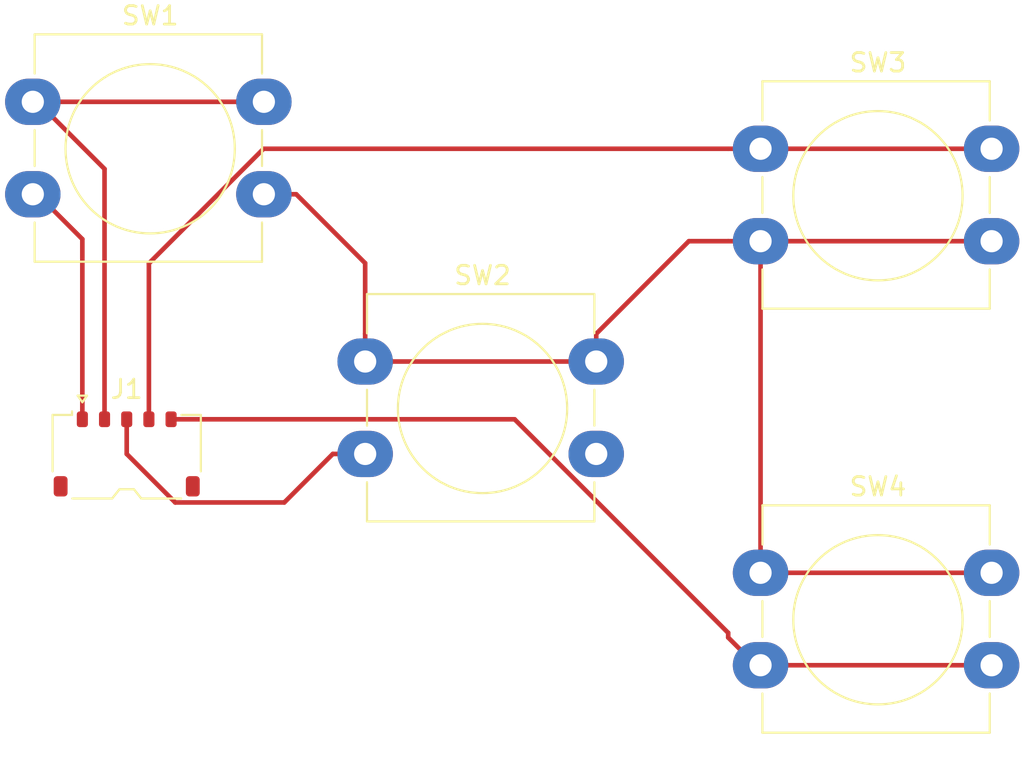
<source format=kicad_pcb>
(kicad_pcb (version 20171130) (host pcbnew 5.0.1)

  (general
    (thickness 1.6)
    (drawings 0)
    (tracks 35)
    (zones 0)
    (modules 5)
    (nets 6)
  )

  (page A4)
  (layers
    (0 F.Cu signal)
    (31 B.Cu signal)
    (32 B.Adhes user)
    (33 F.Adhes user)
    (34 B.Paste user)
    (35 F.Paste user)
    (36 B.SilkS user)
    (37 F.SilkS user)
    (38 B.Mask user)
    (39 F.Mask user)
    (40 Dwgs.User user)
    (41 Cmts.User user)
    (42 Eco1.User user)
    (43 Eco2.User user)
    (44 Edge.Cuts user)
    (45 Margin user)
    (46 B.CrtYd user)
    (47 F.CrtYd user)
    (48 B.Fab user)
    (49 F.Fab user)
  )

  (setup
    (last_trace_width 0.25)
    (trace_clearance 0.2)
    (zone_clearance 0.508)
    (zone_45_only no)
    (trace_min 0.2)
    (segment_width 0.2)
    (edge_width 0.15)
    (via_size 0.8)
    (via_drill 0.4)
    (via_min_size 0.4)
    (via_min_drill 0.3)
    (uvia_size 0.3)
    (uvia_drill 0.1)
    (uvias_allowed no)
    (uvia_min_size 0.2)
    (uvia_min_drill 0.1)
    (pcb_text_width 0.3)
    (pcb_text_size 1.5 1.5)
    (mod_edge_width 0.15)
    (mod_text_size 1 1)
    (mod_text_width 0.15)
    (pad_size 1.524 1.524)
    (pad_drill 0.762)
    (pad_to_mask_clearance 0.051)
    (solder_mask_min_width 0.25)
    (aux_axis_origin 0 0)
    (visible_elements FFFFFF7F)
    (pcbplotparams
      (layerselection 0x010fc_ffffffff)
      (usegerberextensions false)
      (usegerberattributes false)
      (usegerberadvancedattributes false)
      (creategerberjobfile false)
      (excludeedgelayer true)
      (linewidth 0.100000)
      (plotframeref false)
      (viasonmask false)
      (mode 1)
      (useauxorigin false)
      (hpglpennumber 1)
      (hpglpenspeed 20)
      (hpglpendiameter 15.000000)
      (psnegative false)
      (psa4output false)
      (plotreference true)
      (plotvalue true)
      (plotinvisibletext false)
      (padsonsilk false)
      (subtractmaskfromsilk false)
      (outputformat 1)
      (mirror false)
      (drillshape 1)
      (scaleselection 1)
      (outputdirectory ""))
  )

  (net 0 "")
  (net 1 GND)
  (net 2 "Net-(J1-Pad2)")
  (net 3 "Net-(J1-Pad3)")
  (net 4 "Net-(J1-Pad4)")
  (net 5 "Net-(J1-Pad5)")

  (net_class Default "Ceci est la Netclass par défaut."
    (clearance 0.2)
    (trace_width 0.25)
    (via_dia 0.8)
    (via_drill 0.4)
    (uvia_dia 0.3)
    (uvia_drill 0.1)
    (add_net GND)
    (add_net "Net-(J1-Pad2)")
    (add_net "Net-(J1-Pad3)")
    (add_net "Net-(J1-Pad4)")
    (add_net "Net-(J1-Pad5)")
  )

  (module Button_Switch_THT:SW_PUSH-12mm_Wuerth-430476085716 (layer F.Cu) (tedit 5A02FE31) (tstamp 5C702434)
    (at 184.15 110.57)
    (descr "SW PUSH 12mm http://katalog.we-online.de/em/datasheet/430476085716.pdf")
    (tags "tact sw push 12mm")
    (path /5C6FE095)
    (fp_text reference SW4 (at 6.35 -4.66) (layer F.SilkS)
      (effects (font (size 1 1) (thickness 0.15)))
    )
    (fp_text value SW_Push (at 6.35 9.93) (layer F.Fab)
      (effects (font (size 1 1) (thickness 0.15)))
    )
    (fp_text user %R (at 6.35 2.54) (layer F.Fab)
      (effects (font (size 1 1) (thickness 0.15)))
    )
    (fp_line (start 14.25 -3.75) (end -1.75 -3.75) (layer F.CrtYd) (width 0.05))
    (fp_line (start 14.25 8.75) (end 14.25 -3.75) (layer F.CrtYd) (width 0.05))
    (fp_line (start -1.75 8.75) (end 14.25 8.75) (layer F.CrtYd) (width 0.05))
    (fp_line (start -1.75 -3.75) (end -1.75 8.75) (layer F.CrtYd) (width 0.05))
    (fp_line (start 0.1 3.47) (end 0.1 1.53) (layer F.SilkS) (width 0.12))
    (fp_line (start 0.1 8.65) (end 0.1 6.53) (layer F.SilkS) (width 0.12))
    (fp_line (start 12.4 8.65) (end 0.1 8.65) (layer F.SilkS) (width 0.12))
    (fp_line (start 12.4 6.53) (end 12.4 8.65) (layer F.SilkS) (width 0.12))
    (fp_line (start 12.4 1.53) (end 12.4 3.47) (layer F.SilkS) (width 0.12))
    (fp_line (start 12.4 -3.65) (end 12.4 -1.53) (layer F.SilkS) (width 0.12))
    (fp_line (start 0.1 -3.65) (end 12.4 -3.65) (layer F.SilkS) (width 0.12))
    (fp_line (start 0.1 -1.53) (end 0.1 -3.65) (layer F.SilkS) (width 0.12))
    (fp_line (start 12.25 -3.5) (end 0.25 -3.5) (layer F.Fab) (width 0.1))
    (fp_line (start 12.25 8.5) (end 12.25 -3.5) (layer F.Fab) (width 0.1))
    (fp_line (start 0.25 8.5) (end 12.25 8.5) (layer F.Fab) (width 0.1))
    (fp_line (start 0.25 -3.5) (end 0.25 8.5) (layer F.Fab) (width 0.1))
    (fp_circle (center 6.35 2.54) (end 10.92905 2.54) (layer F.SilkS) (width 0.12))
    (pad 2 thru_hole oval (at 0 5) (size 3 2.5) (drill 1.2) (layers *.Cu *.Mask)
      (net 5 "Net-(J1-Pad5)"))
    (pad 1 thru_hole oval (at 0 0) (size 3 2.5) (drill 1.2) (layers *.Cu *.Mask)
      (net 1 GND))
    (pad 2 thru_hole oval (at 12.5 5) (size 3 2.5) (drill 1.2) (layers *.Cu *.Mask)
      (net 5 "Net-(J1-Pad5)"))
    (pad 1 thru_hole oval (at 12.5 0) (size 3 2.5) (drill 1.2) (layers *.Cu *.Mask)
      (net 1 GND))
    (model ${KISYS3DMOD}/Button_Switch_THT.3dshapes/SW_PUSH-12mm_Wuerth-430476085716.wrl
      (at (xyz 0 0 0))
      (scale (xyz 1 1 1))
      (rotate (xyz 0 0 0))
    )
  )

  (module Button_Switch_THT:SW_PUSH-12mm_Wuerth-430476085716 (layer F.Cu) (tedit 5A02FE31) (tstamp 5C70241A)
    (at 184.15 87.63)
    (descr "SW PUSH 12mm http://katalog.we-online.de/em/datasheet/430476085716.pdf")
    (tags "tact sw push 12mm")
    (path /5C6FDF90)
    (fp_text reference SW3 (at 6.35 -4.66) (layer F.SilkS)
      (effects (font (size 1 1) (thickness 0.15)))
    )
    (fp_text value SW_Push (at 6.35 9.93) (layer F.Fab)
      (effects (font (size 1 1) (thickness 0.15)))
    )
    (fp_circle (center 6.35 2.54) (end 10.92905 2.54) (layer F.SilkS) (width 0.12))
    (fp_line (start 0.25 -3.5) (end 0.25 8.5) (layer F.Fab) (width 0.1))
    (fp_line (start 0.25 8.5) (end 12.25 8.5) (layer F.Fab) (width 0.1))
    (fp_line (start 12.25 8.5) (end 12.25 -3.5) (layer F.Fab) (width 0.1))
    (fp_line (start 12.25 -3.5) (end 0.25 -3.5) (layer F.Fab) (width 0.1))
    (fp_line (start 0.1 -1.53) (end 0.1 -3.65) (layer F.SilkS) (width 0.12))
    (fp_line (start 0.1 -3.65) (end 12.4 -3.65) (layer F.SilkS) (width 0.12))
    (fp_line (start 12.4 -3.65) (end 12.4 -1.53) (layer F.SilkS) (width 0.12))
    (fp_line (start 12.4 1.53) (end 12.4 3.47) (layer F.SilkS) (width 0.12))
    (fp_line (start 12.4 6.53) (end 12.4 8.65) (layer F.SilkS) (width 0.12))
    (fp_line (start 12.4 8.65) (end 0.1 8.65) (layer F.SilkS) (width 0.12))
    (fp_line (start 0.1 8.65) (end 0.1 6.53) (layer F.SilkS) (width 0.12))
    (fp_line (start 0.1 3.47) (end 0.1 1.53) (layer F.SilkS) (width 0.12))
    (fp_line (start -1.75 -3.75) (end -1.75 8.75) (layer F.CrtYd) (width 0.05))
    (fp_line (start -1.75 8.75) (end 14.25 8.75) (layer F.CrtYd) (width 0.05))
    (fp_line (start 14.25 8.75) (end 14.25 -3.75) (layer F.CrtYd) (width 0.05))
    (fp_line (start 14.25 -3.75) (end -1.75 -3.75) (layer F.CrtYd) (width 0.05))
    (fp_text user %R (at 6.35 2.54) (layer F.Fab)
      (effects (font (size 1 1) (thickness 0.15)))
    )
    (pad 1 thru_hole oval (at 12.5 0) (size 3 2.5) (drill 1.2) (layers *.Cu *.Mask)
      (net 4 "Net-(J1-Pad4)"))
    (pad 2 thru_hole oval (at 12.5 5) (size 3 2.5) (drill 1.2) (layers *.Cu *.Mask)
      (net 1 GND))
    (pad 1 thru_hole oval (at 0 0) (size 3 2.5) (drill 1.2) (layers *.Cu *.Mask)
      (net 4 "Net-(J1-Pad4)"))
    (pad 2 thru_hole oval (at 0 5) (size 3 2.5) (drill 1.2) (layers *.Cu *.Mask)
      (net 1 GND))
    (model ${KISYS3DMOD}/Button_Switch_THT.3dshapes/SW_PUSH-12mm_Wuerth-430476085716.wrl
      (at (xyz 0 0 0))
      (scale (xyz 1 1 1))
      (rotate (xyz 0 0 0))
    )
  )

  (module Button_Switch_THT:SW_PUSH-12mm_Wuerth-430476085716 (layer F.Cu) (tedit 5A02FE31) (tstamp 5C702400)
    (at 162.76 99.14)
    (descr "SW PUSH 12mm http://katalog.we-online.de/em/datasheet/430476085716.pdf")
    (tags "tact sw push 12mm")
    (path /5C6FE02D)
    (fp_text reference SW2 (at 6.35 -4.66) (layer F.SilkS)
      (effects (font (size 1 1) (thickness 0.15)))
    )
    (fp_text value SW_Push (at 6.35 9.93) (layer F.Fab)
      (effects (font (size 1 1) (thickness 0.15)))
    )
    (fp_text user %R (at 6.35 2.54) (layer F.Fab)
      (effects (font (size 1 1) (thickness 0.15)))
    )
    (fp_line (start 14.25 -3.75) (end -1.75 -3.75) (layer F.CrtYd) (width 0.05))
    (fp_line (start 14.25 8.75) (end 14.25 -3.75) (layer F.CrtYd) (width 0.05))
    (fp_line (start -1.75 8.75) (end 14.25 8.75) (layer F.CrtYd) (width 0.05))
    (fp_line (start -1.75 -3.75) (end -1.75 8.75) (layer F.CrtYd) (width 0.05))
    (fp_line (start 0.1 3.47) (end 0.1 1.53) (layer F.SilkS) (width 0.12))
    (fp_line (start 0.1 8.65) (end 0.1 6.53) (layer F.SilkS) (width 0.12))
    (fp_line (start 12.4 8.65) (end 0.1 8.65) (layer F.SilkS) (width 0.12))
    (fp_line (start 12.4 6.53) (end 12.4 8.65) (layer F.SilkS) (width 0.12))
    (fp_line (start 12.4 1.53) (end 12.4 3.47) (layer F.SilkS) (width 0.12))
    (fp_line (start 12.4 -3.65) (end 12.4 -1.53) (layer F.SilkS) (width 0.12))
    (fp_line (start 0.1 -3.65) (end 12.4 -3.65) (layer F.SilkS) (width 0.12))
    (fp_line (start 0.1 -1.53) (end 0.1 -3.65) (layer F.SilkS) (width 0.12))
    (fp_line (start 12.25 -3.5) (end 0.25 -3.5) (layer F.Fab) (width 0.1))
    (fp_line (start 12.25 8.5) (end 12.25 -3.5) (layer F.Fab) (width 0.1))
    (fp_line (start 0.25 8.5) (end 12.25 8.5) (layer F.Fab) (width 0.1))
    (fp_line (start 0.25 -3.5) (end 0.25 8.5) (layer F.Fab) (width 0.1))
    (fp_circle (center 6.35 2.54) (end 10.92905 2.54) (layer F.SilkS) (width 0.12))
    (pad 2 thru_hole oval (at 0 5) (size 3 2.5) (drill 1.2) (layers *.Cu *.Mask)
      (net 3 "Net-(J1-Pad3)"))
    (pad 1 thru_hole oval (at 0 0) (size 3 2.5) (drill 1.2) (layers *.Cu *.Mask)
      (net 1 GND))
    (pad 2 thru_hole oval (at 12.5 5) (size 3 2.5) (drill 1.2) (layers *.Cu *.Mask)
      (net 3 "Net-(J1-Pad3)"))
    (pad 1 thru_hole oval (at 12.5 0) (size 3 2.5) (drill 1.2) (layers *.Cu *.Mask)
      (net 1 GND))
    (model ${KISYS3DMOD}/Button_Switch_THT.3dshapes/SW_PUSH-12mm_Wuerth-430476085716.wrl
      (at (xyz 0 0 0))
      (scale (xyz 1 1 1))
      (rotate (xyz 0 0 0))
    )
  )

  (module Button_Switch_THT:SW_PUSH-12mm_Wuerth-430476085716 (layer F.Cu) (tedit 5A02FE31) (tstamp 5C7023E6)
    (at 144.78 85.09)
    (descr "SW PUSH 12mm http://katalog.we-online.de/em/datasheet/430476085716.pdf")
    (tags "tact sw push 12mm")
    (path /5C6FDF08)
    (fp_text reference SW1 (at 6.35 -4.66) (layer F.SilkS)
      (effects (font (size 1 1) (thickness 0.15)))
    )
    (fp_text value SW_Push (at 6.35 9.93) (layer F.Fab)
      (effects (font (size 1 1) (thickness 0.15)))
    )
    (fp_circle (center 6.35 2.54) (end 10.92905 2.54) (layer F.SilkS) (width 0.12))
    (fp_line (start 0.25 -3.5) (end 0.25 8.5) (layer F.Fab) (width 0.1))
    (fp_line (start 0.25 8.5) (end 12.25 8.5) (layer F.Fab) (width 0.1))
    (fp_line (start 12.25 8.5) (end 12.25 -3.5) (layer F.Fab) (width 0.1))
    (fp_line (start 12.25 -3.5) (end 0.25 -3.5) (layer F.Fab) (width 0.1))
    (fp_line (start 0.1 -1.53) (end 0.1 -3.65) (layer F.SilkS) (width 0.12))
    (fp_line (start 0.1 -3.65) (end 12.4 -3.65) (layer F.SilkS) (width 0.12))
    (fp_line (start 12.4 -3.65) (end 12.4 -1.53) (layer F.SilkS) (width 0.12))
    (fp_line (start 12.4 1.53) (end 12.4 3.47) (layer F.SilkS) (width 0.12))
    (fp_line (start 12.4 6.53) (end 12.4 8.65) (layer F.SilkS) (width 0.12))
    (fp_line (start 12.4 8.65) (end 0.1 8.65) (layer F.SilkS) (width 0.12))
    (fp_line (start 0.1 8.65) (end 0.1 6.53) (layer F.SilkS) (width 0.12))
    (fp_line (start 0.1 3.47) (end 0.1 1.53) (layer F.SilkS) (width 0.12))
    (fp_line (start -1.75 -3.75) (end -1.75 8.75) (layer F.CrtYd) (width 0.05))
    (fp_line (start -1.75 8.75) (end 14.25 8.75) (layer F.CrtYd) (width 0.05))
    (fp_line (start 14.25 8.75) (end 14.25 -3.75) (layer F.CrtYd) (width 0.05))
    (fp_line (start 14.25 -3.75) (end -1.75 -3.75) (layer F.CrtYd) (width 0.05))
    (fp_text user %R (at 6.35 2.54) (layer F.Fab)
      (effects (font (size 1 1) (thickness 0.15)))
    )
    (pad 1 thru_hole oval (at 12.5 0) (size 3 2.5) (drill 1.2) (layers *.Cu *.Mask)
      (net 2 "Net-(J1-Pad2)"))
    (pad 2 thru_hole oval (at 12.5 5) (size 3 2.5) (drill 1.2) (layers *.Cu *.Mask)
      (net 1 GND))
    (pad 1 thru_hole oval (at 0 0) (size 3 2.5) (drill 1.2) (layers *.Cu *.Mask)
      (net 2 "Net-(J1-Pad2)"))
    (pad 2 thru_hole oval (at 0 5) (size 3 2.5) (drill 1.2) (layers *.Cu *.Mask)
      (net 1 GND))
    (model ${KISYS3DMOD}/Button_Switch_THT.3dshapes/SW_PUSH-12mm_Wuerth-430476085716.wrl
      (at (xyz 0 0 0))
      (scale (xyz 1 1 1))
      (rotate (xyz 0 0 0))
    )
  )

  (module Connector_JST:JST_ACH_BBM05B-ACHSS-A-GAN-ETF_1x05-1MP_P1.20mm_Vertical (layer F.Cu) (tedit 5B78AD87) (tstamp 5C7023CC)
    (at 149.86 104.14)
    (descr "JST ACH series connector, BBM05B-ACHSS-A-GAN-ETF (http://www.jst-mfg.com/product/pdf/eng/eACH.pdf), generated with kicad-footprint-generator")
    (tags "connector JST ACH side entry")
    (path /5C6FD936)
    (attr smd)
    (fp_text reference J1 (at 0 -3.5) (layer F.SilkS)
      (effects (font (size 1 1) (thickness 0.15)))
    )
    (fp_text value Conn_01x05_Male (at 0 3.5) (layer F.Fab)
      (effects (font (size 1 1) (thickness 0.15)))
    )
    (fp_text user %R (at 0 0) (layer F.Fab)
      (effects (font (size 1 1) (thickness 0.15)))
    )
    (fp_line (start -2.15 -3.153553) (end -2.65 -3.153553) (layer F.SilkS) (width 0.12))
    (fp_line (start -2.4 -2.8) (end -2.15 -3.153553) (layer F.SilkS) (width 0.12))
    (fp_line (start -2.65 -3.153553) (end -2.4 -2.8) (layer F.SilkS) (width 0.12))
    (fp_line (start -2.4 -1.292893) (end -1.9 -2) (layer F.Fab) (width 0.1))
    (fp_line (start -2.9 -2) (end -2.4 -1.292893) (layer F.Fab) (width 0.1))
    (fp_line (start 4.45 -2.8) (end -4.45 -2.8) (layer F.CrtYd) (width 0.05))
    (fp_line (start 4.45 2.8) (end 4.45 -2.8) (layer F.CrtYd) (width 0.05))
    (fp_line (start -4.45 2.8) (end 4.45 2.8) (layer F.CrtYd) (width 0.05))
    (fp_line (start -4.45 -2.8) (end -4.45 2.8) (layer F.CrtYd) (width 0.05))
    (fp_line (start 3.9 -2) (end 3.9 2.3) (layer F.Fab) (width 0.1))
    (fp_line (start -3.9 -2) (end -3.9 2.3) (layer F.Fab) (width 0.1))
    (fp_line (start 0.9 2.3) (end 3.9 2.3) (layer F.Fab) (width 0.1))
    (fp_line (start 0.5 1.8) (end 0.9 2.3) (layer F.Fab) (width 0.1))
    (fp_line (start -0.5 1.8) (end 0.5 1.8) (layer F.Fab) (width 0.1))
    (fp_line (start -0.9 2.3) (end -0.5 1.8) (layer F.Fab) (width 0.1))
    (fp_line (start -3.9 2.3) (end -0.9 2.3) (layer F.Fab) (width 0.1))
    (fp_line (start 0.79 2.41) (end 2.94 2.41) (layer F.SilkS) (width 0.12))
    (fp_line (start 0.39 1.91) (end 0.79 2.41) (layer F.SilkS) (width 0.12))
    (fp_line (start -0.39 1.91) (end 0.39 1.91) (layer F.SilkS) (width 0.12))
    (fp_line (start -0.79 2.41) (end -0.39 1.91) (layer F.SilkS) (width 0.12))
    (fp_line (start -2.94 2.41) (end -0.79 2.41) (layer F.SilkS) (width 0.12))
    (fp_line (start 4.01 -2.11) (end 2.96 -2.11) (layer F.SilkS) (width 0.12))
    (fp_line (start 4.01 0.94) (end 4.01 -2.11) (layer F.SilkS) (width 0.12))
    (fp_line (start -2.96 -2.11) (end -2.96 -2.3) (layer F.SilkS) (width 0.12))
    (fp_line (start -4.01 -2.11) (end -2.96 -2.11) (layer F.SilkS) (width 0.12))
    (fp_line (start -4.01 0.94) (end -4.01 -2.11) (layer F.SilkS) (width 0.12))
    (fp_line (start -3.9 -2) (end 3.9 -2) (layer F.Fab) (width 0.1))
    (pad MP smd roundrect (at 3.575 1.75) (size 0.75 1.1) (layers F.Cu F.Paste F.Mask) (roundrect_rratio 0.25))
    (pad MP smd roundrect (at -3.575 1.75) (size 0.75 1.1) (layers F.Cu F.Paste F.Mask) (roundrect_rratio 0.25))
    (pad 5 smd roundrect (at 2.4 -1.875) (size 0.6 0.85) (layers F.Cu F.Paste F.Mask) (roundrect_rratio 0.25)
      (net 5 "Net-(J1-Pad5)"))
    (pad 4 smd roundrect (at 1.2 -1.875) (size 0.6 0.85) (layers F.Cu F.Paste F.Mask) (roundrect_rratio 0.25)
      (net 4 "Net-(J1-Pad4)"))
    (pad 3 smd roundrect (at 0 -1.875) (size 0.6 0.85) (layers F.Cu F.Paste F.Mask) (roundrect_rratio 0.25)
      (net 3 "Net-(J1-Pad3)"))
    (pad 2 smd roundrect (at -1.2 -1.875) (size 0.6 0.85) (layers F.Cu F.Paste F.Mask) (roundrect_rratio 0.25)
      (net 2 "Net-(J1-Pad2)"))
    (pad 1 smd roundrect (at -2.4 -1.875) (size 0.6 0.85) (layers F.Cu F.Paste F.Mask) (roundrect_rratio 0.25)
      (net 1 GND))
    (model ${KISYS3DMOD}/Connector_JST.3dshapes/JST_ACH_BBM05B-ACHSS-A-GAN-ETF_1x05-1MP_P1.20mm_Vertical.wrl
      (at (xyz 0 0 0))
      (scale (xyz 1 1 1))
      (rotate (xyz 0 0 0))
    )
  )

  (segment (start 145.03 90.09) (end 144.78 90.09) (width 0.25) (layer F.Cu) (net 1))
  (segment (start 147.46 92.52) (end 145.03 90.09) (width 0.25) (layer F.Cu) (net 1))
  (segment (start 147.46 102.265) (end 147.46 92.52) (width 0.25) (layer F.Cu) (net 1))
  (segment (start 159.03 90.09) (end 162.76 93.82) (width 0.25) (layer F.Cu) (net 1))
  (segment (start 162.76 97.64) (end 162.76 99.14) (width 0.25) (layer F.Cu) (net 1))
  (segment (start 162.76 93.82) (end 162.76 97.64) (width 0.25) (layer F.Cu) (net 1))
  (segment (start 157.28 90.09) (end 159.03 90.09) (width 0.25) (layer F.Cu) (net 1))
  (segment (start 182.4 92.63) (end 184.15 92.63) (width 0.25) (layer F.Cu) (net 1))
  (segment (start 180.27 92.63) (end 182.4 92.63) (width 0.25) (layer F.Cu) (net 1))
  (segment (start 175.26 97.64) (end 180.27 92.63) (width 0.25) (layer F.Cu) (net 1))
  (segment (start 175.26 99.14) (end 175.26 97.64) (width 0.25) (layer F.Cu) (net 1))
  (segment (start 184.15 110.57) (end 184.15 92.63) (width 0.25) (layer F.Cu) (net 1))
  (segment (start 162.76 99.14) (end 175.26 99.14) (width 0.25) (layer F.Cu) (net 1))
  (segment (start 184.15 92.63) (end 196.65 92.63) (width 0.25) (layer F.Cu) (net 1))
  (segment (start 184.15 110.57) (end 196.65 110.57) (width 0.25) (layer F.Cu) (net 1))
  (segment (start 145.03 85.09) (end 144.78 85.09) (width 0.25) (layer F.Cu) (net 2))
  (segment (start 148.66 88.72) (end 145.03 85.09) (width 0.25) (layer F.Cu) (net 2))
  (segment (start 148.66 102.265) (end 148.66 88.72) (width 0.25) (layer F.Cu) (net 2))
  (segment (start 144.78 85.09) (end 157.28 85.09) (width 0.25) (layer F.Cu) (net 2))
  (segment (start 149.86 102.265) (end 149.86 104.14) (width 0.25) (layer F.Cu) (net 3))
  (segment (start 161.01 104.14) (end 162.76 104.14) (width 0.25) (layer F.Cu) (net 3))
  (segment (start 152.48501 106.76501) (end 158.38499 106.76501) (width 0.25) (layer F.Cu) (net 3))
  (segment (start 158.38499 106.76501) (end 161.01 104.14) (width 0.25) (layer F.Cu) (net 3))
  (segment (start 149.86 104.14) (end 152.48501 106.76501) (width 0.25) (layer F.Cu) (net 3))
  (segment (start 182.4 87.63) (end 184.15 87.63) (width 0.25) (layer F.Cu) (net 4))
  (segment (start 151.06 93.8326) (end 157.2626 87.63) (width 0.25) (layer F.Cu) (net 4))
  (segment (start 157.2626 87.63) (end 182.4 87.63) (width 0.25) (layer F.Cu) (net 4))
  (segment (start 151.06 102.265) (end 151.06 93.8326) (width 0.25) (layer F.Cu) (net 4))
  (segment (start 184.15 87.63) (end 196.65 87.63) (width 0.25) (layer F.Cu) (net 4))
  (segment (start 183.9 115.57) (end 184.15 115.57) (width 0.25) (layer F.Cu) (net 5))
  (segment (start 182.4 114.07) (end 183.9 115.57) (width 0.25) (layer F.Cu) (net 5))
  (segment (start 182.4 113.82) (end 182.4 114.07) (width 0.25) (layer F.Cu) (net 5))
  (segment (start 170.845 102.265) (end 182.4 113.82) (width 0.25) (layer F.Cu) (net 5))
  (segment (start 152.26 102.265) (end 170.845 102.265) (width 0.25) (layer F.Cu) (net 5))
  (segment (start 196.65 115.57) (end 184.15 115.57) (width 0.25) (layer F.Cu) (net 5))

)

</source>
